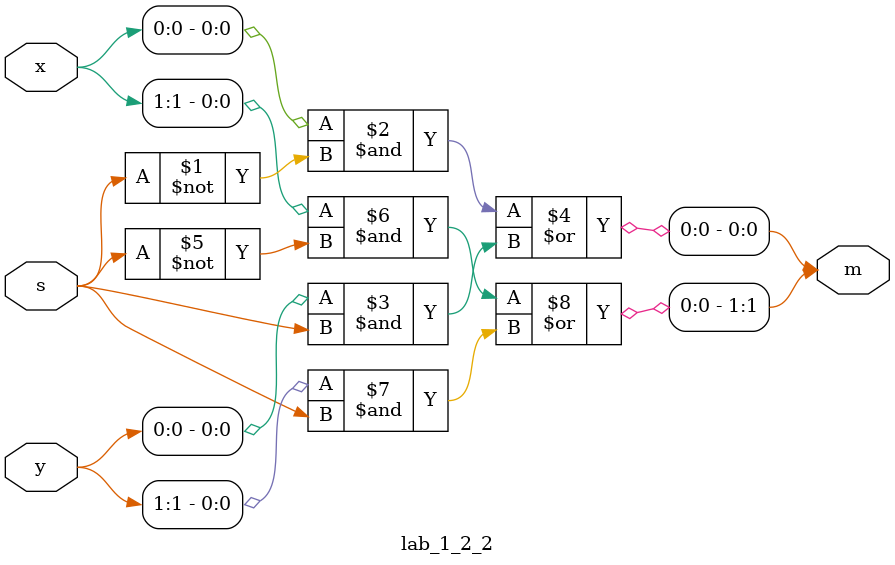
<source format=v>
`timescale 1ns / 1ps


module lab_1_2_2(
    input [1:0] x,
    input [1:0] y,
    input s,
    output [1:0] m
    );
    
    assign #3 m[0] = (x[0] & ~s) | (y[0] & s);
    assign #3 m[1] = (x[1] & ~s) | (y[1] & s); 
endmodule

</source>
